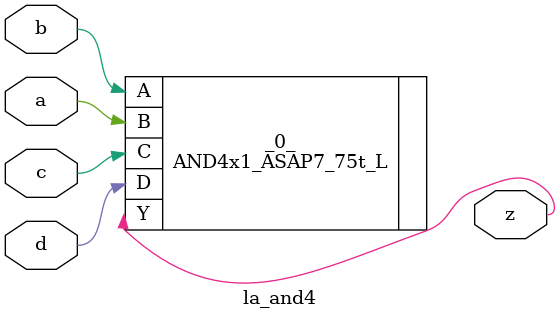
<source format=v>

/* Generated by Yosys 0.40 (git sha1 a1bb0255d, g++ 11.4.0-1ubuntu1~22.04 -fPIC -Os) */

module la_and4(a, b, c, d, z);
  input a;
  wire a;
  input b;
  wire b;
  input c;
  wire c;
  input d;
  wire d;
  output z;
  wire z;
  AND4x1_ASAP7_75t_L _0_ (
    .A(b),
    .B(a),
    .C(c),
    .D(d),
    .Y(z)
  );
endmodule

</source>
